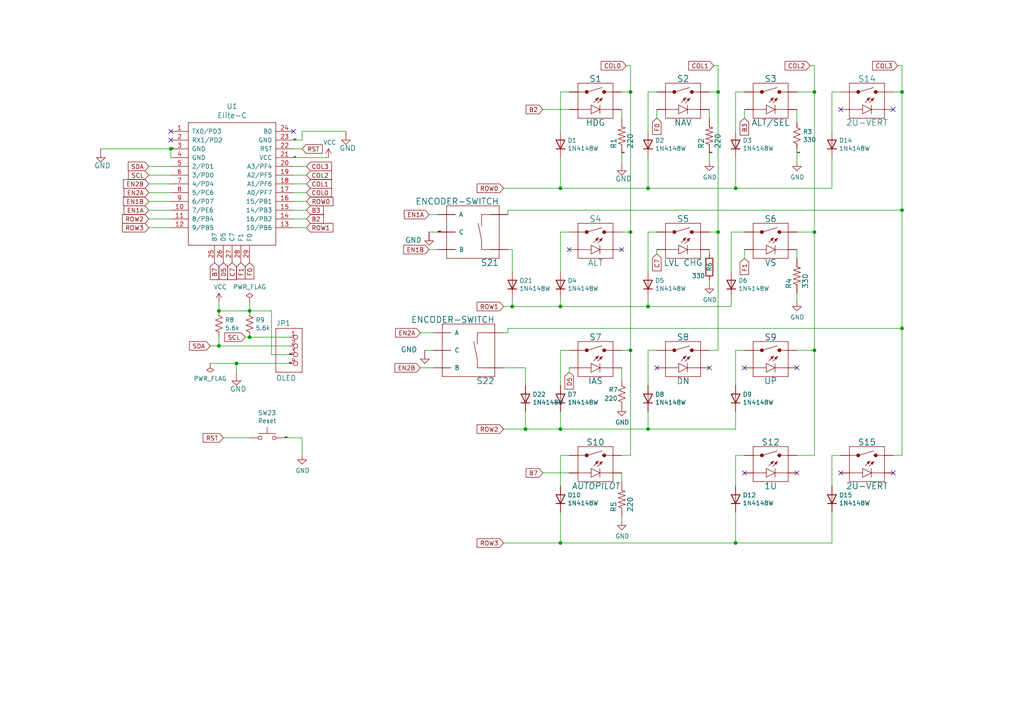
<source format=kicad_sch>
(kicad_sch (version 20230121) (generator eeschema)
  (paper "A4")
  (title_block (title "AUTO PILOT") (date "2021-06-15") (rev "0.3") (company "License: CC-BY-NC 4.0 \\n creativecommons.org/licenses/by-nc/4.0") (comment 1 "© Andrew Fischer 2021") (comment 4 "EN"))
  (lib_symbols
    (symbol "AutoPilot-eagle-import:ENCODER-SWITCH" (pin_names (offset 1.016))
      (property "Reference" "S" (at -7.62 7.874 0))
      (property "Value" "ENCODER-SWITCH" (at -7.62 -7.874 0))
      (symbol "ENCODER-SWITCH_1_0"
        (polyline (pts (xy -7.62 -7.62) (xy -7.62 7.62)))
        (polyline (pts (xy -7.62 7.62) (xy 7.62 7.62)))
        (polyline (pts (xy -5.08 -5.08) (xy -2.54 -5.08)))
        (polyline (pts (xy -5.08 5.08) (xy -2.54 5.08)))
        (polyline (pts (xy -2.54 -5.08) (xy -2.54 -1.778)))
        (polyline (pts (xy -2.54 2.54) (xy -1.524 -2.54)))
        (polyline (pts (xy -2.54 5.08) (xy -2.54 2.54)))
        (polyline (pts (xy 7.62 -7.62) (xy -7.62 -7.62)))
        (polyline (pts (xy 7.62 7.62) (xy 7.62 -7.62)))
        (pin bidirectional line (at 10.16 -5.08 180) (length 5.08) (name "A") (number "A"))
        (pin bidirectional line (at 10.16 5.08 180) (length 5.08) (name "B") (number "B"))
        (pin bidirectional line (at 10.16 0 180) (length 5.08) (name "C") (number "C"))
        (pin bidirectional line (at -10.16 5.08 0) (length 5.08) (name "SW+") (number "SW+"))
        (pin bidirectional line (at -10.16 -5.08 0) (length 5.08) (name "SW-") (number "SW-"))
      )
    )
    (symbol "AutoPilot-eagle-import:GND" (power) (pin_names (offset 1.016))
      (property "Value" "GND" (at -1.905 -3.175 0))
      (symbol "GND_1_0"
        (polyline (pts (xy -1.27 0) (xy 1.27 0)))
        (polyline (pts (xy 0 -1.27) (xy -1.27 0)))
        (polyline (pts (xy 1.27 0) (xy 0 -1.27)))
        (pin power_in line (at 0 2.54 270) (length 2.54) (name "GND") (number "1"))
      )
    )
    (symbol "AutoPilot-eagle-import:MECHANICAL-KEYBOARD1U" (pin_names (offset 1.016))
      (property "Reference" "S" (at 0 5.334 0))
      (property "Value" "MECHANICAL-KEYBOARD1U" (at 0 -5.334 0))
      (symbol "MECHANICAL-KEYBOARD1U_1_0"
        (circle (center -2.54 2.54) (radius 0.127) (stroke (width 0.4064)))
        (polyline (pts (xy -5.08 -5.08) (xy 5.08 -5.08)))
        (polyline (pts (xy -5.08 -2.54) (xy -5.08 -5.08)))
        (polyline (pts (xy -5.08 -2.54) (xy -1.27 -2.54)))
        (polyline (pts (xy -5.08 2.54) (xy -5.08 -2.54)))
        (polyline (pts (xy -5.08 2.54) (xy -2.54 2.54)))
        (polyline (pts (xy -5.08 5.08) (xy -5.08 2.54)))
        (polyline (pts (xy -2.54 2.54) (xy 1.905 3.81)))
        (polyline (pts (xy -1.27 -3.81) (xy -1.27 -2.54)))
        (polyline (pts (xy -1.27 -3.81) (xy 1.27 -2.54)))
        (polyline (pts (xy -1.27 -2.54) (xy -1.27 -1.27)))
        (polyline (pts (xy -0.508 -0.508) (xy 0.889 0.889)))
        (polyline (pts (xy 0.635 -0.635) (xy 2.032 0.762)))
        (polyline (pts (xy 1.27 -3.81) (xy 1.27 -2.54)))
        (polyline (pts (xy 1.27 -2.54) (xy -1.27 -1.27)))
        (polyline (pts (xy 1.27 -2.54) (xy 1.27 -1.27)))
        (polyline (pts (xy 1.27 -2.54) (xy 5.08 -2.54)))
        (polyline (pts (xy 1.905 2.54) (xy 5.08 2.54)))
        (polyline (pts (xy 5.08 -5.08) (xy 5.08 -2.54)))
        (polyline (pts (xy 5.08 -2.54) (xy 5.08 2.54)))
        (polyline (pts (xy 5.08 2.54) (xy 5.08 5.08)))
        (polyline (pts (xy 5.08 5.08) (xy -5.08 5.08)))
        (polyline (pts (xy 0.889 0.889) (xy 0 0.508) (xy 0.508 0)) (fill (type outline)))
        (polyline (pts (xy 2.032 0.762) (xy 1.143 0.381) (xy 1.651 -0.127)) (fill (type outline)))
        (circle (center 2.54 2.54) (radius 0.127) (stroke (width 0.4064)))
        (pin passive line (at -7.62 -2.54 0) (length 2.54) (name "A") (number "A"))
        (pin passive line (at 7.62 -2.54 180) (length 2.54) (name "C") (number "K"))
        (pin passive line (at -7.62 2.54 0) (length 2.54) (name "1") (number "S1"))
        (pin passive line (at 7.62 2.54 180) (length 2.54) (name "2") (number "S2"))
      )
    )
    (symbol "AutoPilot-eagle-import:MECHANICAL-KEYBOARD2U" (pin_names (offset 1.016))
      (property "Reference" "S" (at 0 5.334 0))
      (property "Value" "MECHANICAL-KEYBOARD2U" (at 0 -5.334 0))
      (symbol "MECHANICAL-KEYBOARD2U_1_0"
        (circle (center -2.54 2.54) (radius 0.127) (stroke (width 0.4064)))
        (polyline (pts (xy -5.08 -5.08) (xy 5.08 -5.08)))
        (polyline (pts (xy -5.08 -2.54) (xy -5.08 -5.08)))
        (polyline (pts (xy -5.08 -2.54) (xy -1.27 -2.54)))
        (polyline (pts (xy -5.08 2.54) (xy -5.08 -2.54)))
        (polyline (pts (xy -5.08 2.54) (xy -2.54 2.54)))
        (polyline (pts (xy -5.08 5.08) (xy -5.08 2.54)))
        (polyline (pts (xy -2.54 2.54) (xy 1.905 3.81)))
        (polyline (pts (xy -1.27 -3.81) (xy -1.27 -2.54)))
        (polyline (pts (xy -1.27 -3.81) (xy 1.27 -2.54)))
        (polyline (pts (xy -1.27 -2.54) (xy -1.27 -1.27)))
        (polyline (pts (xy -0.508 -0.508) (xy 0.889 0.889)))
        (polyline (pts (xy 0.635 -0.635) (xy 2.032 0.762)))
        (polyline (pts (xy 1.27 -3.81) (xy 1.27 -2.54)))
        (polyline (pts (xy 1.27 -2.54) (xy -1.27 -1.27)))
        (polyline (pts (xy 1.27 -2.54) (xy 1.27 -1.27)))
        (polyline (pts (xy 1.27 -2.54) (xy 5.08 -2.54)))
        (polyline (pts (xy 1.905 2.54) (xy 5.08 2.54)))
        (polyline (pts (xy 5.08 -5.08) (xy 5.08 -2.54)))
        (polyline (pts (xy 5.08 -2.54) (xy 5.08 2.54)))
        (polyline (pts (xy 5.08 2.54) (xy 5.08 5.08)))
        (polyline (pts (xy 5.08 5.08) (xy -5.08 5.08)))
        (polyline (pts (xy 0.889 0.889) (xy 0 0.508) (xy 0.508 0)) (fill (type outline)))
        (polyline (pts (xy 2.032 0.762) (xy 1.143 0.381) (xy 1.651 -0.127)) (fill (type outline)))
        (circle (center 2.54 2.54) (radius 0.127) (stroke (width 0.4064)))
        (pin passive line (at -7.62 -2.54 0) (length 2.54) (name "A") (number "A"))
        (pin passive line (at 7.62 -2.54 180) (length 2.54) (name "C") (number "K"))
        (pin passive line (at -7.62 2.54 0) (length 2.54) (name "1") (number "S1"))
        (pin passive line (at 7.62 2.54 180) (length 2.54) (name "2") (number "S2"))
      )
    )
    (symbol "AutoPilot-eagle-import:MECHANICAL-KEYBOARD2U-VERT" (pin_names (offset 1.016))
      (property "Reference" "S" (at 0 5.334 0))
      (property "Value" "MECHANICAL-KEYBOARD2U-VERT" (at 0 -5.334 0))
      (symbol "MECHANICAL-KEYBOARD2U-VERT_1_0"
        (circle (center -2.54 2.54) (radius 0.127) (stroke (width 0.4064)))
        (polyline (pts (xy -5.08 -5.08) (xy 5.08 -5.08)))
        (polyline (pts (xy -5.08 -2.54) (xy -5.08 -5.08)))
        (polyline (pts (xy -5.08 -2.54) (xy -1.27 -2.54)))
        (polyline (pts (xy -5.08 2.54) (xy -5.08 -2.54)))
        (polyline (pts (xy -5.08 2.54) (xy -2.54 2.54)))
        (polyline (pts (xy -5.08 5.08) (xy -5.08 2.54)))
        (polyline (pts (xy -2.54 2.54) (xy 1.905 3.81)))
        (polyline (pts (xy -1.27 -3.81) (xy -1.27 -2.54)))
        (polyline (pts (xy -1.27 -3.81) (xy 1.27 -2.54)))
        (polyline (pts (xy -1.27 -2.54) (xy -1.27 -1.27)))
        (polyline (pts (xy -0.508 -0.508) (xy 0.889 0.889)))
        (polyline (pts (xy 0.635 -0.635) (xy 2.032 0.762)))
        (polyline (pts (xy 1.27 -3.81) (xy 1.27 -2.54)))
        (polyline (pts (xy 1.27 -2.54) (xy -1.27 -1.27)))
        (polyline (pts (xy 1.27 -2.54) (xy 1.27 -1.27)))
        (polyline (pts (xy 1.27 -2.54) (xy 5.08 -2.54)))
        (polyline (pts (xy 1.905 2.54) (xy 5.08 2.54)))
        (polyline (pts (xy 5.08 -5.08) (xy 5.08 -2.54)))
        (polyline (pts (xy 5.08 -2.54) (xy 5.08 2.54)))
        (polyline (pts (xy 5.08 2.54) (xy 5.08 5.08)))
        (polyline (pts (xy 5.08 5.08) (xy -5.08 5.08)))
        (polyline (pts (xy 0.889 0.889) (xy 0 0.508) (xy 0.508 0)) (fill (type outline)))
        (polyline (pts (xy 2.032 0.762) (xy 1.143 0.381) (xy 1.651 -0.127)) (fill (type outline)))
        (circle (center 2.54 2.54) (radius 0.127) (stroke (width 0.4064)))
        (pin passive line (at -7.62 -2.54 0) (length 2.54) (name "A") (number "A"))
        (pin passive line (at 7.62 -2.54 180) (length 2.54) (name "C") (number "K"))
        (pin passive line (at -7.62 2.54 0) (length 2.54) (name "1") (number "S1"))
        (pin passive line (at 7.62 2.54 180) (length 2.54) (name "2") (number "S2"))
      )
    )
    (symbol "AutoPilot-eagle-import:PINHD-1X4" (pin_names (offset 1.016))
      (property "Reference" "JP" (at -6.35 8.255 0))
      (property "Value" "PINHD-1X4" (at -6.35 -7.62 0))
      (symbol "PINHD-1X4_1_0"
        (polyline (pts (xy -6.35 -5.08) (xy 1.27 -5.08)))
        (polyline (pts (xy -6.35 7.62) (xy -6.35 -5.08)))
        (polyline (pts (xy 1.27 -5.08) (xy 1.27 7.62)))
        (polyline (pts (xy 1.27 7.62) (xy -6.35 7.62)))
        (pin passive inverted (at -2.54 5.08 0) (length 2.54) (name "1") (number "1"))
        (pin passive inverted (at -2.54 2.54 0) (length 2.54) (name "2") (number "2"))
        (pin passive inverted (at -2.54 0 0) (length 2.54) (name "3") (number "3"))
        (pin passive inverted (at -2.54 -2.54 0) (length 2.54) (name "4") (number "4"))
      )
    )
    (symbol "AutoPilot-eagle-import:R-US_0207_10" (pin_names (offset 1.016))
      (property "Reference" "R" (at -3.81 1.4986 0))
      (property "Value" "R-US_0207_10" (at -3.81 -3.302 0))
      (symbol "R-US_0207_10_1_0"
        (polyline (pts (xy -2.54 0) (xy -2.159 1.016)))
        (polyline (pts (xy -2.159 1.016) (xy -1.524 -1.016)))
        (polyline (pts (xy -1.524 -1.016) (xy -0.889 1.016)))
        (polyline (pts (xy -0.889 1.016) (xy -0.254 -1.016)))
        (polyline (pts (xy -0.254 -1.016) (xy 0.381 1.016)))
        (polyline (pts (xy 0.381 1.016) (xy 1.016 -1.016)))
        (polyline (pts (xy 1.016 -1.016) (xy 1.651 1.016)))
        (polyline (pts (xy 1.651 1.016) (xy 2.286 -1.016)))
        (polyline (pts (xy 2.286 -1.016) (xy 2.54 0)))
        (pin passive line (at -5.08 0 0) (length 2.54) (name "1") (number "1"))
        (pin passive line (at 5.08 0 180) (length 2.54) (name "2") (number "2"))
      )
    )
    (symbol "AutoPilot-rescue:Elite-C-keebio" (pin_names (offset 1.016))
      (property "Reference" "U" (at 0 0 0))
      (property "Value" "keebio_Elite-C" (at 0 2.54 0))
      (symbol "Elite-C-keebio_0_1"
        (rectangle (start 12.7 -19.05) (end -12.7 16.51))
      )
      (symbol "Elite-C-keebio_1_1"
        (pin input line (at -17.78 13.97 0) (length 5.08) (name "TX0/PD3") (number "1"))
        (pin input line (at -17.78 -8.89 0) (length 5.08) (name "7/PE6") (number "10"))
        (pin input line (at -17.78 -11.43 0) (length 5.08) (name "8/PB4") (number "11"))
        (pin input line (at -17.78 -13.97 0) (length 5.08) (name "9/PB5") (number "12"))
        (pin input line (at 17.78 -13.97 180) (length 5.08) (name "10/PB6") (number "13"))
        (pin input line (at 17.78 -11.43 180) (length 5.08) (name "16/PB2") (number "14"))
        (pin input line (at 17.78 -8.89 180) (length 5.08) (name "14/PB3") (number "15"))
        (pin input line (at 17.78 -6.35 180) (length 5.08) (name "15/PB1") (number "16"))
        (pin input line (at 17.78 -3.81 180) (length 5.08) (name "A0/PF7") (number "17"))
        (pin input line (at 17.78 -1.27 180) (length 5.08) (name "A1/PF6") (number "18"))
        (pin input line (at 17.78 1.27 180) (length 5.08) (name "A2/PF5") (number "19"))
        (pin input line (at -17.78 11.43 0) (length 5.08) (name "RX1/PD2") (number "2"))
        (pin input line (at 17.78 3.81 180) (length 5.08) (name "A3/PF4") (number "20"))
        (pin input line (at 17.78 6.35 180) (length 5.08) (name "VCC") (number "21"))
        (pin input line (at 17.78 8.89 180) (length 5.08) (name "RST") (number "22"))
        (pin input line (at 17.78 11.43 180) (length 5.08) (name "GND") (number "23"))
        (pin input line (at 17.78 13.97 180) (length 5.08) (name "B0") (number "24"))
        (pin input line (at -5.08 -24.13 90) (length 5.08) (name "B7") (number "25"))
        (pin input line (at -2.54 -24.13 90) (length 5.08) (name "D5") (number "26"))
        (pin input line (at 0 -24.13 90) (length 5.08) (name "C7") (number "27"))
        (pin input line (at 2.54 -24.13 90) (length 5.08) (name "F1") (number "28"))
        (pin input line (at 5.08 -24.13 90) (length 5.08) (name "F0") (number "29"))
        (pin input line (at -17.78 8.89 0) (length 5.08) (name "GND") (number "3"))
        (pin input line (at -17.78 6.35 0) (length 5.08) (name "GND") (number "4"))
        (pin input line (at -17.78 3.81 0) (length 5.08) (name "2/PD1") (number "5"))
        (pin input line (at -17.78 1.27 0) (length 5.08) (name "3/PD0") (number "6"))
        (pin input line (at -17.78 -1.27 0) (length 5.08) (name "4/PD4") (number "7"))
        (pin input line (at -17.78 -3.81 0) (length 5.08) (name "5/PC6") (number "8"))
        (pin input line (at -17.78 -6.35 0) (length 5.08) (name "6/PD7") (number "9"))
      )
    )
    (symbol "Device:R" (pin_numbers hide) (pin_names (offset 0))
      (property "Reference" "R" (at 2.032 0 90))
      (property "Value" "R" (at 0 0 90))
      (symbol "R_0_1"
        (rectangle (start -1.016 -2.54) (end 1.016 2.54) (stroke (width 0.254)))
      )
      (symbol "R_1_1"
        (pin passive line (at 0 3.81 270) (length 1.27) (name "~") (number "1"))
        (pin passive line (at 0 -3.81 90) (length 1.27) (name "~") (number "2"))
      )
    )
    (symbol "Device:R_US" (pin_numbers hide) (pin_names (offset 0))
      (property "Reference" "R" (at 2.54 0 90))
      (property "Value" "R_US" (at -2.54 0 90))
      (symbol "R_US_0_1"
        (polyline (pts (xy 0 -2.286) (xy 0 -2.54)))
        (polyline (pts (xy 0 2.286) (xy 0 2.54)))
        (polyline (pts (xy 0 -0.762) (xy 1.016 -1.143) (xy 0 -1.524) (xy -1.016 -1.905) (xy 0 -2.286)))
        (polyline (pts (xy 0 0.762) (xy 1.016 0.381) (xy 0 0) (xy -1.016 -0.381) (xy 0 -0.762)))
        (polyline (pts (xy 0 2.286) (xy 1.016 1.905) (xy 0 1.524) (xy -1.016 1.143) (xy 0 0.762)))
      )
      (symbol "R_US_1_1"
        (pin passive line (at 0 3.81 270) (length 1.27) (name "~") (number "1"))
        (pin passive line (at 0 -3.81 90) (length 1.27) (name "~") (number "2"))
      )
    )
    (symbol "Diode:1N4148W" (pin_numbers hide) (pin_names hide)
      (property "Reference" "D" (at 0 2.54 0))
      (property "Value" "1N4148W" (at 0 -2.54 0))
      (symbol "1N4148W_0_1"
        (polyline (pts (xy -1.27 1.27) (xy -1.27 -1.27)) (stroke (width 0.254)))
        (polyline (pts (xy 1.27 0) (xy -1.27 0)))
        (polyline (pts (xy 1.27 1.27) (xy 1.27 -1.27) (xy -1.27 0) (xy 1.27 1.27)) (stroke (width 0.254)))
      )
      (symbol "1N4148W_1_1"
        (pin passive line (at -3.81 0 0) (length 2.54) (name "K") (number "1"))
        (pin passive line (at 3.81 0 180) (length 2.54) (name "A") (number "2"))
      )
    )
    (symbol "Switch:SW_Push" (pin_numbers hide) (pin_names (offset 1.016) hide)
      (property "Reference" "SW" (at 1.27 2.54 0))
      (property "Value" "SW_Push" (at 0 -1.524 0))
      (symbol "SW_Push_0_1"
        (circle (center -2.032 0) (radius 0.508))
        (polyline (pts (xy 0 1.27) (xy 0 3.048)))
        (polyline (pts (xy 2.54 1.27) (xy -2.54 1.27)))
        (circle (center 2.032 0) (radius 0.508))
        (pin passive line (at -5.08 0 0) (length 2.54) (name "1") (number "1"))
        (pin passive line (at 5.08 0 180) (length 2.54) (name "2") (number "2"))
      )
    )
    (symbol "power:GND" (power) (pin_names (offset 0))
      (property "Value" "GND" (at 0 -3.81 0))
      (symbol "GND_0_1"
        (polyline (pts (xy 0 0) (xy 0 -1.27) (xy 1.27 -1.27) (xy 0 -2.54) (xy -1.27 -1.27) (xy 0 -1.27)))
      )
      (symbol "GND_1_1"
        (pin power_in line (at 0 0 270) (length 0) hide (name "GND") (number "1"))
      )
    )
    (symbol "power:PWR_FLAG" (power) (pin_numbers hide) (pin_names (offset 0) hide)
      (property "Value" "PWR_FLAG" (at 0 3.81 0))
      (symbol "PWR_FLAG_0_0"
        (pin power_out line (at 0 0 90) (length 0) (name "pwr") (number "1"))
      )
      (symbol "PWR_FLAG_0_1"
        (polyline (pts (xy 0 0) (xy 0 1.27) (xy -1.016 1.905) (xy 0 2.54) (xy 1.016 1.905) (xy 0 1.27)))
      )
    )
    (symbol "power:VCC" (power) (pin_names (offset 0))
      (property "Value" "VCC" (at 0 3.81 0))
      (symbol "VCC_0_1"
        (polyline (pts (xy -0.762 1.27) (xy 0 2.54)))
        (polyline (pts (xy 0 0) (xy 0 2.54)))
        (polyline (pts (xy 0 2.54) (xy 0.762 1.27)))
      )
      (symbol "VCC_1_1"
        (pin power_in line (at 0 0 90) (length 0) hide (name "VCC") (number "1"))
      )
    )
  )
  (junction (at 182.88 101.6))
  (junction (at 49.53 43.18))
  (junction (at 162.56 88.9))
  (junction (at 261.62 95.25))
  (junction (at 187.96 124.46))
  (junction (at 72.39 90.17))
  (junction (at 63.5 90.17))
  (junction (at 236.22 67.31))
  (junction (at 236.22 26.67))
  (junction (at 208.28 67.31))
  (junction (at 213.36 157.48))
  (junction (at 182.88 26.67))
  (junction (at 162.56 124.46))
  (junction (at 236.22 101.6))
  (junction (at 187.96 88.9))
  (junction (at 261.62 60.96))
  (junction (at 148.59 88.9))
  (junction (at 63.5 100.33))
  (junction (at 261.62 26.67))
  (junction (at 162.56 157.48))
  (junction (at 72.39 97.79))
  (junction (at 208.28 26.67))
  (junction (at 182.88 67.31))
  (junction (at 152.4 124.46))
  (junction (at 68.58 105.41))
  (junction (at 213.36 54.61))
  (junction (at 187.96 54.61))
  (junction (at 162.56 54.61))
  (no_connect (at 215.9 137.16))
  (no_connect (at 243.84 31.75))
  (no_connect (at 231.14 106.68))
  (no_connect (at 215.9 106.68))
  (no_connect (at 85.09 38.1))
  (no_connect (at 205.74 106.68))
  (no_connect (at 190.5 106.68))
  (no_connect (at 165.1 72.39))
  (no_connect (at 259.08 137.16))
  (no_connect (at 49.53 40.64))
  (no_connect (at 180.34 72.39))
  (no_connect (at 259.08 31.75))
  (no_connect (at 231.14 137.16))
  (no_connect (at 49.53 38.1))
  (no_connect (at 243.84 137.16))
  (wire (pts (xy 261.62 60.96) (xy 261.62 95.25)))
  (wire (pts (xy 261.62 19.05) (xy 260.35 19.05)))
  (wire (pts (xy 127 72.39) (xy 124.46 72.39)))
  (wire (pts (xy 147.32 95.25) (xy 261.62 95.25)))
  (wire (pts (xy 236.22 101.6) (xy 236.22 132.08)))
  (wire (pts (xy 180.34 149.86) (xy 180.34 151.13)))
  (wire (pts (xy 182.88 67.31) (xy 182.88 101.6)))
  (wire (pts (xy 236.22 67.31) (xy 231.14 67.31)))
  (wire (pts (xy 190.5 26.67) (xy 187.96 26.67)))
  (wire (pts (xy 213.36 124.46) (xy 187.96 124.46)))
  (wire (pts (xy 180.34 137.16) (xy 180.34 139.7)))
  (wire (pts (xy 236.22 132.08) (xy 231.14 132.08)))
  (wire (pts (xy 208.28 19.05) (xy 207.01 19.05)))
  (wire (pts (xy 231.14 72.39) (xy 231.14 74.93)))
  (wire (pts (xy 165.1 26.67) (xy 162.56 26.67)))
  (wire (pts (xy 162.56 157.48) (xy 213.36 157.48)))
  (wire (pts (xy 82.55 127) (xy 87.63 127)))
  (wire (pts (xy 231.14 31.75) (xy 231.14 35.56)))
  (wire (pts (xy 165.1 31.75) (xy 157.48 31.75)))
  (wire (pts (xy 182.88 19.05) (xy 181.61 19.05)))
  (wire (pts (xy 125.73 101.6) (xy 123.19 101.6)))
  (wire (pts (xy 208.28 19.05) (xy 208.28 26.67)))
  (wire (pts (xy 72.39 127) (xy 64.77 127)))
  (wire (pts (xy 165.1 67.31) (xy 162.56 67.31)))
  (wire (pts (xy 243.84 26.67) (xy 241.3 26.67)))
  (wire (pts (xy 236.22 26.67) (xy 236.22 67.31)))
  (wire (pts (xy 85.09 58.42) (xy 88.9 58.42)))
  (wire (pts (xy 152.4 106.68) (xy 152.4 111.76)))
  (wire (pts (xy 162.56 157.48) (xy 162.56 148.59)))
  (wire (pts (xy 190.5 67.31) (xy 187.96 67.31)))
  (wire (pts (xy 162.56 132.08) (xy 162.56 140.97)))
  (wire (pts (xy 212.09 67.31) (xy 215.9 67.31)))
  (wire (pts (xy 212.09 67.31) (xy 212.09 78.74)))
  (wire (pts (xy 212.09 88.9) (xy 187.96 88.9)))
  (wire (pts (xy 147.32 60.96) (xy 261.62 60.96)))
  (wire (pts (xy 261.62 132.08) (xy 259.08 132.08)))
  (wire (pts (xy 147.32 72.39) (xy 148.59 72.39)))
  (wire (pts (xy 261.62 26.67) (xy 261.62 19.05)))
  (wire (pts (xy 165.1 132.08) (xy 162.56 132.08)))
  (wire (pts (xy 85.09 53.34) (xy 88.9 53.34)))
  (wire (pts (xy 87.63 38.1) (xy 100.33 38.1)))
  (wire (pts (xy 182.88 26.67) (xy 182.88 67.31)))
  (wire (pts (xy 213.36 119.38) (xy 213.36 124.46)))
  (wire (pts (xy 127 62.23) (xy 124.46 62.23)))
  (wire (pts (xy 78.74 90.17) (xy 72.39 90.17)))
  (wire (pts (xy 162.56 26.67) (xy 162.56 38.1)))
  (wire (pts (xy 162.56 101.6) (xy 162.56 111.76)))
  (wire (pts (xy 182.88 101.6) (xy 182.88 132.08)))
  (wire (pts (xy 187.96 119.38) (xy 187.96 124.46)))
  (wire (pts (xy 208.28 101.6) (xy 205.74 101.6)))
  (wire (pts (xy 147.32 95.25) (xy 147.32 96.52)))
  (wire (pts (xy 87.63 40.64) (xy 87.63 38.1)))
  (wire (pts (xy 241.3 132.08) (xy 243.84 132.08)))
  (wire (pts (xy 180.34 44.45) (xy 180.34 46.99)))
  (wire (pts (xy 182.88 101.6) (xy 180.34 101.6)))
  (wire (pts (xy 147.32 60.96) (xy 147.32 62.23)))
  (wire (pts (xy 152.4 119.38) (xy 152.4 124.46)))
  (wire (pts (xy 49.53 43.18) (xy 49.53 45.72)))
  (wire (pts (xy 190.5 101.6) (xy 187.96 101.6)))
  (wire (pts (xy 63.5 100.33) (xy 63.5 97.79)))
  (wire (pts (xy 165.1 101.6) (xy 162.56 101.6)))
  (wire (pts (xy 208.28 67.31) (xy 205.74 67.31)))
  (wire (pts (xy 187.96 54.61) (xy 162.56 54.61)))
  (wire (pts (xy 85.09 60.96) (xy 88.9 60.96)))
  (wire (pts (xy 60.96 105.41) (xy 68.58 105.41)))
  (wire (pts (xy 231.14 85.09) (xy 231.14 87.63)))
  (wire (pts (xy 208.28 26.67) (xy 205.74 26.67)))
  (wire (pts (xy 165.1 106.68) (xy 165.1 107.95)))
  (wire (pts (xy 205.74 72.39) (xy 205.74 73.66)))
  (wire (pts (xy 187.96 54.61) (xy 187.96 45.72)))
  (wire (pts (xy 261.62 95.25) (xy 261.62 132.08)))
  (wire (pts (xy 49.53 53.34) (xy 43.18 53.34)))
  (wire (pts (xy 87.63 127) (xy 87.63 132.08)))
  (wire (pts (xy 215.9 132.08) (xy 213.36 132.08)))
  (wire (pts (xy 72.39 97.79) (xy 71.12 97.79)))
  (wire (pts (xy 213.36 54.61) (xy 187.96 54.61)))
  (wire (pts (xy 187.96 86.36) (xy 187.96 88.9)))
  (wire (pts (xy 146.05 106.68) (xy 152.4 106.68)))
  (wire (pts (xy 162.56 45.72) (xy 162.56 54.61)))
  (wire (pts (xy 49.53 55.88) (xy 43.18 55.88)))
  (wire (pts (xy 187.96 88.9) (xy 162.56 88.9)))
  (wire (pts (xy 259.08 26.67) (xy 261.62 26.67)))
  (wire (pts (xy 241.3 148.59) (xy 241.3 157.48)))
  (wire (pts (xy 215.9 72.39) (xy 215.9 74.93)))
  (wire (pts (xy 208.28 26.67) (xy 208.28 67.31)))
  (wire (pts (xy 72.39 90.17) (xy 63.5 90.17)))
  (wire (pts (xy 180.34 106.68) (xy 180.34 110.49)))
  (wire (pts (xy 85.09 43.18) (xy 87.63 43.18)))
  (wire (pts (xy 182.88 26.67) (xy 180.34 26.67)))
  (wire (pts (xy 213.36 54.61) (xy 241.3 54.61)))
  (wire (pts (xy 180.34 31.75) (xy 180.34 34.29)))
  (wire (pts (xy 213.36 157.48) (xy 241.3 157.48)))
  (wire (pts (xy 146.05 88.9) (xy 148.59 88.9)))
  (wire (pts (xy 49.53 48.26) (xy 43.18 48.26)))
  (wire (pts (xy 208.28 67.31) (xy 208.28 101.6)))
  (wire (pts (xy 213.36 26.67) (xy 213.36 38.1)))
  (wire (pts (xy 72.39 87.63) (xy 72.39 90.17)))
  (wire (pts (xy 162.56 88.9) (xy 162.56 86.36)))
  (wire (pts (xy 215.9 26.67) (xy 213.36 26.67)))
  (wire (pts (xy 127 67.31) (xy 124.46 67.31)))
  (wire (pts (xy 236.22 101.6) (xy 231.14 101.6)))
  (wire (pts (xy 148.59 72.39) (xy 148.59 78.74)))
  (wire (pts (xy 261.62 26.67) (xy 261.62 60.96)))
  (wire (pts (xy 205.74 81.28) (xy 205.74 82.55)))
  (wire (pts (xy 241.3 54.61) (xy 241.3 45.72)))
  (wire (pts (xy 236.22 19.05) (xy 234.95 19.05)))
  (wire (pts (xy 63.5 87.63) (xy 63.5 90.17)))
  (wire (pts (xy 83.82 105.41) (xy 68.58 105.41)))
  (wire (pts (xy 236.22 26.67) (xy 231.14 26.67)))
  (wire (pts (xy 236.22 67.31) (xy 236.22 101.6)))
  (wire (pts (xy 231.14 43.18) (xy 231.14 46.99)))
  (wire (pts (xy 146.05 54.61) (xy 162.56 54.61)))
  (wire (pts (xy 182.88 19.05) (xy 182.88 26.67)))
  (wire (pts (xy 215.9 101.6) (xy 213.36 101.6)))
  (wire (pts (xy 63.5 100.33) (xy 60.96 100.33)))
  (wire (pts (xy 78.74 102.87) (xy 78.74 90.17)))
  (wire (pts (xy 190.5 31.75) (xy 190.5 34.29)))
  (wire (pts (xy 49.53 43.18) (xy 29.21 43.18)))
  (wire (pts (xy 68.58 105.41) (xy 68.58 107.95)))
  (wire (pts (xy 43.18 58.42) (xy 49.53 58.42)))
  (wire (pts (xy 187.96 67.31) (xy 187.96 78.74)))
  (wire (pts (xy 212.09 86.36) (xy 212.09 88.9)))
  (wire (pts (xy 241.3 26.67) (xy 241.3 38.1)))
  (wire (pts (xy 147.32 96.52) (xy 146.05 96.52)))
  (wire (pts (xy 187.96 101.6) (xy 187.96 111.76)))
  (wire (pts (xy 43.18 60.96) (xy 49.53 60.96)))
  (wire (pts (xy 205.74 44.45) (xy 205.74 46.99)))
  (wire (pts (xy 213.36 148.59) (xy 213.36 157.48)))
  (wire (pts (xy 43.18 66.04) (xy 49.53 66.04)))
  (wire (pts (xy 43.18 63.5) (xy 49.53 63.5)))
  (wire (pts (xy 190.5 72.39) (xy 190.5 73.66)))
  (wire (pts (xy 85.09 40.64) (xy 87.63 40.64)))
  (wire (pts (xy 187.96 124.46) (xy 162.56 124.46)))
  (wire (pts (xy 215.9 31.75) (xy 215.9 34.29)))
  (wire (pts (xy 162.56 124.46) (xy 152.4 124.46)))
  (wire (pts (xy 213.36 101.6) (xy 213.36 111.76)))
  (wire (pts (xy 152.4 124.46) (xy 146.05 124.46)))
  (wire (pts (xy 182.88 67.31) (xy 180.34 67.31)))
  (wire (pts (xy 205.74 31.75) (xy 205.74 34.29)))
  (wire (pts (xy 83.82 102.87) (xy 78.74 102.87)))
  (wire (pts (xy 236.22 19.05) (xy 236.22 26.67)))
  (wire (pts (xy 63.5 100.33) (xy 83.82 100.33)))
  (wire (pts (xy 162.56 67.31) (xy 162.56 78.74)))
  (wire (pts (xy 72.39 97.79) (xy 83.82 97.79)))
  (wire (pts (xy 213.36 132.08) (xy 213.36 140.97)))
  (wire (pts (xy 241.3 132.08) (xy 241.3 140.97)))
  (wire (pts (xy 187.96 26.67) (xy 187.96 38.1)))
  (wire (pts (xy 213.36 45.72) (xy 213.36 54.61)))
  (wire (pts (xy 146.05 157.48) (xy 162.56 157.48)))
  (wire (pts (xy 85.09 45.72) (xy 95.25 45.72)))
  (wire (pts (xy 162.56 119.38) (xy 162.56 124.46)))
  (wire (pts (xy 125.73 106.68) (xy 121.92 106.68)))
  (wire (pts (xy 85.09 48.26) (xy 88.9 48.26)))
  (wire (pts (xy 49.53 50.8) (xy 43.18 50.8)))
  (wire (pts (xy 162.56 88.9) (xy 148.59 88.9)))
  (wire (pts (xy 125.73 96.52) (xy 121.92 96.52)))
  (wire (pts (xy 85.09 50.8) (xy 88.9 50.8)))
  (wire (pts (xy 85.09 66.04) (xy 88.9 66.04)))
  (wire (pts (xy 85.09 63.5) (xy 88.9 63.5)))
  (wire (pts (xy 165.1 137.16) (xy 157.48 137.16)))
  (wire (pts (xy 148.59 88.9) (xy 148.59 86.36)))
  (wire (pts (xy 182.88 132.08) (xy 180.34 132.08)))
  (wire (pts (xy 85.09 55.88) (xy 88.9 55.88)))
  (label "GND" (at 205.74 44.45 0) (effects (font (size 0.254 0.254))))
  (label "GND" (at 83.82 105.41 0) (effects (font (size 0.254 0.254))))
  (label "GND" (at 231.14 44.45 0) (effects (font (size 0.254 0.254))))
  (label "GND" (at 180.34 44.45 0) (effects (font (size 0.254 0.254))))
  (label "GND" (at 127 67.31 0) (effects (font (size 0.254 0.254))))
  (label "GND" (at 85.09 40.64 0) (effects (font (size 0.254 0.254))))
  (label "GND" (at 82.55 127 0) (effects (font (size 0.254 0.254))))
  (label "GND" (at 49.53 43.18 0) (effects (font (size 0.254 0.254))))
  (label "VCC" (at 83.82 102.87 0) (effects (font (size 0.254 0.254))))
  (label "VCC" (at 85.09 45.72 0) (effects (font (size 0.254 0.254))))
  (global_label "F1" (shape input) (at 215.9 74.93 270) (property "Intersheetrefs" "${INTERSHEET_REFS}" (effects hide)))
  (global_label "ROW1" (shape input) (at 146.05 88.9 180) (property "Intersheetrefs" "${INTERSHEET_REFS}" (effects hide)))
  (global_label "COL0" (shape input) (at 181.61 19.05 180) (property "Intersheetrefs" "${INTERSHEET_REFS}" (effects hide)))
  (global_label "SCL" (shape input) (at 71.12 97.79 180) (property "Intersheetrefs" "${INTERSHEET_REFS}" (effects hide)))
  (global_label "ROW3" (shape input) (at 146.05 157.48 180) (property "Intersheetrefs" "${INTERSHEET_REFS}" (effects hide)))
  (global_label "COL2" (shape input) (at 88.9 50.8 0) (property "Intersheetrefs" "${INTERSHEET_REFS}" (effects hide)))
  (global_label "COL3" (shape input) (at 88.9 48.26 0) (property "Intersheetrefs" "${INTERSHEET_REFS}" (effects hide)))
  (global_label "ROW0" (shape input) (at 88.9 58.42 0) (property "Intersheetrefs" "${INTERSHEET_REFS}" (effects hide)))
  (global_label "COL1" (shape input) (at 207.01 19.05 180) (property "Intersheetrefs" "${INTERSHEET_REFS}" (effects hide)))
  (global_label "B7" (shape input) (at 157.48 137.16 180) (property "Intersheetrefs" "${INTERSHEET_REFS}" (effects hide)))
  (global_label "RST" (shape input) (at 64.77 127 180) (property "Intersheetrefs" "${INTERSHEET_REFS}" (effects hide)))
  (global_label "ROW2" (shape input) (at 43.18 63.5 180) (property "Intersheetrefs" "${INTERSHEET_REFS}" (effects hide)))
  (global_label "RST" (shape input) (at 87.63 43.18 0) (property "Intersheetrefs" "${INTERSHEET_REFS}" (effects hide)))
  (global_label "ROW3" (shape input) (at 43.18 66.04 180) (property "Intersheetrefs" "${INTERSHEET_REFS}" (effects hide)))
  (global_label "EN2A" (shape input) (at 43.18 55.88 180) (property "Intersheetrefs" "${INTERSHEET_REFS}" (effects hide)))
  (global_label "COL1" (shape input) (at 88.9 53.34 0) (property "Intersheetrefs" "${INTERSHEET_REFS}" (effects hide)))
  (global_label "EN2A" (shape input) (at 121.92 96.52 180) (property "Intersheetrefs" "${INTERSHEET_REFS}" (effects hide)))
  (global_label "EN2B" (shape input) (at 43.18 53.34 180) (property "Intersheetrefs" "${INTERSHEET_REFS}" (effects hide)))
  (global_label "COL3" (shape input) (at 260.35 19.05 180) (property "Intersheetrefs" "${INTERSHEET_REFS}" (effects hide)))
  (global_label "EN2B" (shape input) (at 121.92 106.68 180) (property "Intersheetrefs" "${INTERSHEET_REFS}" (effects hide)))
  (global_label "B3" (shape input) (at 88.9 60.96 0) (property "Intersheetrefs" "${INTERSHEET_REFS}" (effects hide)))
  (global_label "ROW2" (shape input) (at 146.05 124.46 180) (property "Intersheetrefs" "${INTERSHEET_REFS}" (effects hide)))
  (global_label "D5" (shape input) (at 165.1 107.95 270) (property "Intersheetrefs" "${INTERSHEET_REFS}" (effects hide)))
  (global_label "F1" (shape input) (at 69.85 76.2 270) (property "Intersheetrefs" "${INTERSHEET_REFS}" (effects hide)))
  (global_label "COL2" (shape input) (at 234.95 19.05 180) (property "Intersheetrefs" "${INTERSHEET_REFS}" (effects hide)))
  (global_label "C7" (shape input) (at 190.5 73.66 270) (property "Intersheetrefs" "${INTERSHEET_REFS}" (effects hide)))
  (global_label "B2" (shape input) (at 88.9 63.5 0) (property "Intersheetrefs" "${INTERSHEET_REFS}" (effects hide)))
  (global_label "ROW0" (shape input) (at 146.05 54.61 180) (property "Intersheetrefs" "${INTERSHEET_REFS}" (effects hide)))
  (global_label "EN1B" (shape input) (at 43.18 58.42 180) (property "Intersheetrefs" "${INTERSHEET_REFS}" (effects hide)))
  (global_label "C7" (shape input) (at 67.31 76.2 270) (property "Intersheetrefs" "${INTERSHEET_REFS}" (effects hide)))
  (global_label "B2" (shape input) (at 157.48 31.75 180) (property "Intersheetrefs" "${INTERSHEET_REFS}" (effects hide)))
  (global_label "F0" (shape input) (at 72.39 76.2 270) (property "Intersheetrefs" "${INTERSHEET_REFS}" (effects hide)))
  (global_label "SDA" (shape input) (at 60.96 100.33 180) (property "Intersheetrefs" "${INTERSHEET_REFS}" (effects hide)))
  (global_label "D5" (shape input) (at 64.77 76.2 270) (property "Intersheetrefs" "${INTERSHEET_REFS}" (effects hide)))
  (global_label "EN1B" (shape input) (at 124.46 72.39 180) (property "Intersheetrefs" "${INTERSHEET_REFS}" (effects hide)))
  (global_label "EN1A" (shape input) (at 43.18 60.96 180) (property "Intersheetrefs" "${INTERSHEET_REFS}" (effects hide)))
  (global_label "SDA" (shape input) (at 43.18 48.26 180) (property "Intersheetrefs" "${INTERSHEET_REFS}" (effects hide)))
  (global_label "B7" (shape input) (at 62.23 76.2 270) (property "Intersheetrefs" "${INTERSHEET_REFS}" (effects hide)))
  (global_label "EN1A" (shape input) (at 124.46 62.23 180) (property "Intersheetrefs" "${INTERSHEET_REFS}" (effects hide)))
  (global_label "B3" (shape input) (at 215.9 34.29 270) (property "Intersheetrefs" "${INTERSHEET_REFS}" (effects hide)))
  (global_label "COL0" (shape input) (at 88.9 55.88 0) (property "Intersheetrefs" "${INTERSHEET_REFS}" (effects hide)))
  (global_label "F0" (shape input) (at 190.5 34.29 270) (property "Intersheetrefs" "${INTERSHEET_REFS}" (effects hide)))
  (global_label "SCL" (shape input) (at 43.18 50.8 180) (property "Intersheetrefs" "${INTERSHEET_REFS}" (effects hide)))
  (global_label "ROW1" (shape input) (at 88.9 66.04 0) (property "Intersheetrefs" "${INTERSHEET_REFS}" (effects hide)))
  (symbol (lib_id "AutoPilot-eagle-import:R-US_0207_10") (at 180.34 144.78 90) (unit 1)
    (property "Reference" "R5" (at 178.8414 148.59 0) (effects (font (size 1.4986 1.4986)) (justify left bottom)))
    (property "Value" "220" (at 183.642 148.59 0) (effects (font (size 1.4986 1.4986)) (justify left bottom)))
    (property "Footprint" "Resistor_SMD:R_0805_2012Metric_Pad1.20x1.40mm_HandSolder" (effects hide))
    (property "LCSC" "C17557" (effects hide))
  )
  (symbol (lib_id "AutoPilot-eagle-import:MECHANICAL-KEYBOARD1U") (at 223.52 69.85 0) (unit 1)
    (property "Reference" "S6" (at 223.52 64.516 0) (effects (font (size 1.778 1.778)) (justify bottom)))
    (property "Value" "VS" (at 223.52 75.184 0) (effects (font (size 1.778 1.778)) (justify top)))
    (property "Footprint" "AutoPilot:CHERRY-MX-LED-1U" (effects hide))
  )
  (symbol (lib_id "AutoPilot-eagle-import:GND") (at 29.21 45.72 0) (unit 1)
    (property "Reference" "#SUPPLY02" (effects hide))
    (property "Value" "GND" (at 27.305 48.895 0) (effects (font (size 1.4986 1.4986)) (justify left bottom)))
  )
  (symbol (lib_id "AutoPilot-eagle-import:GND") (at 124.46 69.85 0) (unit 1)
    (property "Reference" "#SUPPLY04" (effects hide))
    (property "Value" "GND" (at 117.475 70.485 0) (effects (font (size 1.4986 1.4986)) (justify left bottom)))
  )
  (symbol (lib_id "AutoPilot-eagle-import:GND") (at 68.58 110.49 0) (unit 1)
    (property "Reference" "#SUPPLY05" (effects hide))
    (property "Value" "GND" (at 66.675 113.665 0) (effects (font (size 1.4986 1.4986)) (justify left bottom)))
  )
  (symbol (lib_id "AutoPilot-eagle-import:MECHANICAL-KEYBOARD2U-VERT") (at 251.46 134.62 0) (unit 1)
    (property "Reference" "S15" (at 251.46 129.286 0) (effects (font (size 1.778 1.778)) (justify bottom)))
    (property "Value" "2U-VERT" (at 251.46 139.954 0) (effects (font (size 1.778 1.778)) (justify top)))
    (property "Footprint" "AutoPilot:CHERRY-MX-LED-2X1U" (effects hide))
  )
  (symbol (lib_id "AutoPilot-eagle-import:MECHANICAL-KEYBOARD1U") (at 172.72 104.14 0) (unit 1)
    (property "Reference" "S7" (at 172.72 98.806 0) (effects (font (size 1.778 1.778)) (justify bottom)))
    (property "Value" "IAS" (at 172.72 109.474 0) (effects (font (size 1.778 1.778)) (justify top)))
    (property "Footprint" "AutoPilot:CHERRY-MX-LED-1U" (effects hide))
  )
  (symbol (lib_id "AutoPilot-eagle-import:GND") (at 180.34 49.53 0) (unit 1)
    (property "Reference" "#SUPPLY08" (effects hide))
    (property "Value" "GND" (at 178.435 52.705 0) (effects (font (size 1.4986 1.4986)) (justify left bottom)))
  )
  (symbol (lib_id "AutoPilot-eagle-import:R-US_0207_10") (at 205.74 39.37 90) (unit 1)
    (property "Reference" "R2" (at 204.2414 43.18 0) (effects (font (size 1.4986 1.4986)) (justify left bottom)))
    (property "Value" "220" (at 209.042 43.18 0) (effects (font (size 1.4986 1.4986)) (justify left bottom)))
    (property "Footprint" "Resistor_SMD:R_0805_2012Metric_Pad1.20x1.40mm_HandSolder" (effects hide))
    (property "LCSC" "C17557" (effects hide))
  )
  (symbol (lib_id "AutoPilot-eagle-import:MECHANICAL-KEYBOARD1U") (at 198.12 104.14 0) (unit 1)
    (property "Reference" "S8" (at 198.12 98.806 0) (effects (font (size 1.778 1.778)) (justify bottom)))
    (property "Value" "DN" (at 198.12 109.474 0) (effects (font (size 1.778 1.778)) (justify top)))
    (property "Footprint" "AutoPilot:CHERRY-MX-LED-1U" (effects hide))
  )
  (symbol (lib_id "AutoPilot-eagle-import:GND") (at 100.33 40.64 0) (unit 1)
    (property "Reference" "#SUPPLY03" (effects hide))
    (property "Value" "GND" (at 98.425 43.815 0) (effects (font (size 1.4986 1.4986)) (justify left bottom)))
  )
  (symbol (lib_id "AutoPilot-rescue:Elite-C-keebio") (at 67.31 52.07 0) (unit 1)
    (property "Reference" "U1" (at 67.31 30.8102 0) (effects (font (size 1.524 1.524))))
    (property "Value" "Elite-C" (at 67.31 33.5026 0) (effects (font (size 1.524 1.524))))
    (property "Footprint" "keebio:Elite-C-castellated-29pin-holes" (effects hide))
  )
  (symbol (lib_id "power:VCC") (at 95.25 45.72 0) (unit 1)
    (property "Reference" "#PWR0105" (effects hide))
    (property "Value" "VCC" (at 95.631 41.3258 0))
  )
  (symbol (lib_id "Device:R") (at 205.74 77.47 0) (unit 1)
    (property "Reference" "R6" (at 205.74 78.74 90) (effects (justify left)))
    (property "Value" "330" (at 200.66 80.01 0) (effects (justify left)))
    (property "Footprint" "Resistor_SMD:R_0805_2012Metric_Pad1.20x1.40mm_HandSolder" (effects hide))
  )
  (symbol (lib_id "power:GND") (at 87.63 132.08 0) (unit 1)
    (property "Reference" "#PWR0103" (effects hide))
    (property "Value" "GND" (at 87.757 136.4742 0))
  )
  (symbol (lib_id "power:GND") (at 205.74 82.55 0) (unit 1)
    (property "Reference" "#PWR0108" (effects hide))
    (property "Value" "GND" (at 205.867 86.9442 0))
  )
  (symbol (lib_id "power:GND") (at 231.14 46.99 0) (unit 1)
    (property "Reference" "#PWR0104" (effects hide))
    (property "Value" "GND" (at 231.267 51.3842 0))
  )
  (symbol (lib_id "power:GND") (at 180.34 151.13 0) (unit 1)
    (property "Reference" "#PWR0101" (effects hide))
    (property "Value" "GND" (at 180.467 155.5242 0))
  )
  (symbol (lib_id "power:GND") (at 205.74 46.99 0) (unit 1)
    (property "Reference" "#PWR0102" (effects hide))
    (property "Value" "GND" (at 205.867 51.3842 0))
  )
  (symbol (lib_id "Diode:1N4148W") (at 162.56 41.91 90) (unit 1)
    (property "Reference" "D1" (at 164.592 40.7416 90) (effects (justify right)))
    (property "Value" "1N4148W" (at 164.592 43.053 90) (effects (justify right)))
    (property "Footprint" "AutoPilot:D_SOD-123" (effects hide))
    (property "Datasheet" "https://www.vishay.com/docs/85748/1n4148w.pdf" (effects hide))
    (property "LCSC" "C81598" (effects hide))
  )
  (symbol (lib_id "Diode:1N4148W") (at 148.59 82.55 90) (unit 1)
    (property "Reference" "D21" (at 150.622 81.3816 90) (effects (justify right)))
    (property "Value" "1N4148W" (at 150.622 83.693 90) (effects (justify right)))
    (property "Footprint" "AutoPilot:D_SOD-123" (effects hide))
    (property "Datasheet" "https://www.vishay.com/docs/85748/1n4148w.pdf" (effects hide))
    (property "LCSC" "C81598" (effects hide))
  )
  (symbol (lib_id "Diode:1N4148W") (at 187.96 41.91 90) (unit 1)
    (property "Reference" "D2" (at 189.992 40.7416 90) (effects (justify right)))
    (property "Value" "1N4148W" (at 189.992 43.053 90) (effects (justify right)))
    (property "Footprint" "AutoPilot:D_SOD-123" (effects hide))
    (property "Datasheet" "https://www.vishay.com/docs/85748/1n4148w.pdf" (effects hide))
    (property "LCSC" "C81598" (effects hide))
  )
  (symbol (lib_id "Diode:1N4148W") (at 213.36 41.91 90) (unit 1)
    (property "Reference" "D3" (at 215.392 40.7416 90) (effects (justify right)))
    (property "Value" "1N4148W" (at 215.392 43.053 90) (effects (justify right)))
    (property "Footprint" "AutoPilot:D_SOD-123" (effects hide))
    (property "Datasheet" "https://www.vishay.com/docs/85748/1n4148w.pdf" (effects hide))
    (property "LCSC" "C81598" (effects hide))
  )
  (symbol (lib_id "Diode:1N4148W") (at 162.56 82.55 90) (unit 1)
    (property "Reference" "D4" (at 164.592 81.3816 90) (effects (justify right)))
    (property "Value" "1N4148W" (at 164.592 83.693 90) (effects (justify right)))
    (property "Footprint" "AutoPilot:D_SOD-123" (effects hide))
    (property "Datasheet" "https://www.vishay.com/docs/85748/1n4148w.pdf" (effects hide))
    (property "LCSC" "C81598" (effects hide))
  )
  (symbol (lib_id "Diode:1N4148W") (at 187.96 82.55 90) (unit 1)
    (property "Reference" "D5" (at 189.992 81.3816 90) (effects (justify right)))
    (property "Value" "1N4148W" (at 189.992 83.693 90) (effects (justify right)))
    (property "Footprint" "AutoPilot:D_SOD-123" (effects hide))
    (property "Datasheet" "https://www.vishay.com/docs/85748/1n4148w.pdf" (effects hide))
    (property "LCSC" "C81598" (effects hide))
  )
  (symbol (lib_id "Diode:1N4148W") (at 212.09 82.55 90) (unit 1)
    (property "Reference" "D6" (at 214.122 81.3816 90) (effects (justify right)))
    (property "Value" "1N4148W" (at 214.122 83.693 90) (effects (justify right)))
    (property "Footprint" "AutoPilot:D_SOD-123" (effects hide))
    (property "Datasheet" "https://www.vishay.com/docs/85748/1n4148w.pdf" (effects hide))
    (property "LCSC" "C81598" (effects hide))
  )
  (symbol (lib_id "Diode:1N4148W") (at 162.56 115.57 90) (unit 1)
    (property "Reference" "D7" (at 164.592 114.4016 90) (effects (justify right)))
    (property "Value" "1N4148W" (at 164.592 116.713 90) (effects (justify right)))
    (property "Footprint" "AutoPilot:D_SOD-123" (effects hide))
    (property "Datasheet" "https://www.vishay.com/docs/85748/1n4148w.pdf" (effects hide))
    (property "LCSC" "C81598" (effects hide))
  )
  (symbol (lib_id "Diode:1N4148W") (at 187.96 115.57 90) (unit 1)
    (property "Reference" "D8" (at 189.992 114.4016 90) (effects (justify right)))
    (property "Value" "1N4148W" (at 189.992 116.713 90) (effects (justify right)))
    (property "Footprint" "AutoPilot:D_SOD-123" (effects hide))
    (property "Datasheet" "https://www.vishay.com/docs/85748/1n4148w.pdf" (effects hide))
    (property "LCSC" "C81598" (effects hide))
  )
  (symbol (lib_id "Diode:1N4148W") (at 213.36 115.57 90) (unit 1)
    (property "Reference" "D9" (at 215.392 114.4016 90) (effects (justify right)))
    (property "Value" "1N4148W" (at 215.392 116.713 90) (effects (justify right)))
    (property "Footprint" "AutoPilot:D_SOD-123" (effects hide))
    (property "Datasheet" "https://www.vishay.com/docs/85748/1n4148w.pdf" (effects hide))
    (property "LCSC" "C81598" (effects hide))
  )
  (symbol (lib_id "Switch:SW_Push") (at 77.47 127 0) (unit 1)
    (property "Reference" "SW23" (at 77.47 119.761 0))
    (property "Value" "Reset" (at 77.47 122.0724 0))
    (property "Footprint" "Button_Switch_THT:SW_PUSH_6mm_H5mm" (effects hide))
  )
  (symbol (lib_id "AutoPilot-eagle-import:R-US_0207_10") (at 231.14 80.01 90) (unit 1)
    (property "Reference" "R4" (at 229.6414 83.82 0) (effects (font (size 1.4986 1.4986)) (justify left bottom)))
    (property "Value" "330" (at 234.442 83.82 0) (effects (font (size 1.4986 1.4986)) (justify left bottom)))
    (property "Footprint" "Resistor_SMD:R_0805_2012Metric_Pad1.20x1.40mm_HandSolder" (effects hide))
    (property "LCSC" "C17630" (effects hide))
  )
  (symbol (lib_id "power:GND") (at 231.14 87.63 0) (unit 1)
    (property "Reference" "#PWR0107" (effects hide))
    (property "Value" "GND" (at 231.267 92.0242 0))
  )
  (symbol (lib_id "power:PWR_FLAG") (at 60.96 105.41 180) (unit 1)
    (property "Reference" "#FLG0101" (effects hide))
    (property "Value" "PWR_FLAG" (at 60.96 109.8042 0))
  )
  (symbol (lib_id "Device:R_US") (at 180.34 114.3 0) (unit 1)
    (property "Reference" "R7" (at 176.53 113.03 0) (effects (justify left)))
    (property "Value" "220" (at 175.26 115.57 0) (effects (justify left)))
    (property "Footprint" "Resistor_SMD:R_0805_2012Metric_Pad1.20x1.40mm_HandSolder" (effects hide))
    (property "Datasheet" "https://datasheet.lcsc.com/lcsc/1811131121_UNI-ROYAL-Uniroyal-Elec-0805W8F3300T5E_C17630.pdf" (effects hide))
    (property "LCSC" "C17557" (effects hide))
  )
  (symbol (lib_id "power:GND") (at 180.34 118.11 0) (unit 1)
    (property "Reference" "#PWR0109" (effects hide))
    (property "Value" "GND" (at 180.467 122.5042 0))
  )
  (symbol (lib_id "Device:R_US") (at 231.14 39.37 0) (unit 1)
    (property "Reference" "R3" (at 232.8672 38.2016 0) (effects (justify left)))
    (property "Value" "330" (at 232.8672 40.513 0) (effects (justify left)))
    (property "Footprint" "Resistor_SMD:R_0805_2012Metric_Pad1.20x1.40mm_HandSolder" (effects hide))
    (property "LCSC" "C17630" (effects hide))
  )
  (symbol (lib_id "Diode:1N4148W") (at 152.4 115.57 90) (unit 1)
    (property "Reference" "D22" (at 154.432 114.4016 90) (effects (justify right)))
    (property "Value" "1N4148W" (at 154.432 116.713 90) (effects (justify right)))
    (property "Footprint" "AutoPilot:D_SOD-123" (effects hide))
    (property "Datasheet" "https://datasheet.lcsc.com/lcsc/1811061725_ST-Semtech-1N4148W_C81598.pdf" (effects hide))
    (property "LCSC" "C81598" (effects hide))
  )
  (symbol (lib_id "Diode:1N4148W") (at 162.56 144.78 90) (unit 1)
    (property "Reference" "D10" (at 164.592 143.6116 90) (effects (justify right)))
    (property "Value" "1N4148W" (at 164.592 145.923 90) (effects (justify right)))
    (property "Footprint" "AutoPilot:D_SOD-123" (effects hide))
    (property "Datasheet" "https://www.vishay.com/docs/85748/1n4148w.pdf" (effects hide))
    (property "LCSC" "C81598" (effects hide))
  )
  (symbol (lib_id "Diode:1N4148W") (at 213.36 144.78 90) (unit 1)
    (property "Reference" "D12" (at 215.392 143.6116 90) (effects (justify right)))
    (property "Value" "1N4148W" (at 215.392 145.923 90) (effects (justify right)))
    (property "Footprint" "AutoPilot:D_SOD-123" (effects hide))
    (property "Datasheet" "https://www.vishay.com/docs/85748/1n4148w.pdf" (effects hide))
    (property "LCSC" "C81598" (effects hide))
  )
  (symbol (lib_id "Diode:1N4148W") (at 241.3 144.78 90) (unit 1)
    (property "Reference" "D15" (at 243.332 143.6116 90) (effects (justify right)))
    (property "Value" "1N4148W" (at 243.332 145.923 90) (effects (justify right)))
    (property "Footprint" "AutoPilot:D_SOD-123" (effects hide))
    (property "Datasheet" "https://www.vishay.com/docs/85748/1n4148w.pdf" (effects hide))
    (property "LCSC" "C81598" (effects hide))
  )
  (symbol (lib_id "Diode:1N4148W") (at 241.3 41.91 90) (unit 1)
    (property "Reference" "D14" (at 243.332 40.7416 90) (effects (justify right)))
    (property "Value" "1N4148W" (at 243.332 43.053 90) (effects (justify right)))
    (property "Footprint" "AutoPilot:D_SOD-123" (effects hide))
    (property "Datasheet" "https://www.vishay.com/docs/85748/1n4148w.pdf" (effects hide))
    (property "LCSC" "C81598" (effects hide))
  )
  (symbol (lib_id "Device:R_US") (at 72.39 93.98 0) (unit 1)
    (property "Reference" "R9" (at 74.1172 92.8116 0) (effects (justify left)))
    (property "Value" "5.6k" (at 74.1172 95.123 0) (effects (justify left)))
    (property "Footprint" "Resistor_SMD:R_0805_2012Metric" (effects hide))
    (property "LCSC" "C4382" (effects hide))
  )
  (symbol (lib_id "Device:R_US") (at 63.5 93.98 0) (unit 1)
    (property "Reference" "R8" (at 65.2272 92.8116 0) (effects (justify left)))
    (property "Value" "5.6k" (at 65.2272 95.123 0) (effects (justify left)))
    (property "Footprint" "Resistor_SMD:R_0805_2012Metric" (effects hide))
    (property "LCSC" "C4382" (effects hide))
  )
  (symbol (lib_id "power:VCC") (at 63.5 87.63 0) (unit 1)
    (property "Reference" "#PWR0106" (effects hide))
    (property "Value" "VCC" (at 63.881 83.2358 0))
  )
  (symbol (lib_id "power:PWR_FLAG") (at 72.39 87.63 0) (unit 1)
    (property "Reference" "#FLG0102" (effects hide))
    (property "Value" "PWR_FLAG" (at 72.39 83.2358 0))
  )
  (symbol (lib_id "AutoPilot-eagle-import:MECHANICAL-KEYBOARD1U") (at 223.52 134.62 0) (unit 1)
    (property "Reference" "S12" (at 223.52 129.286 0) (effects (font (size 1.778 1.778)) (justify bottom)))
    (property "Value" "1U" (at 223.52 139.954 0) (effects (font (size 1.778 1.778)) (justify top)))
    (property "Footprint" "AutoPilot:CHERRY-MX-LED-1U" (effects hide))
  )
  (symbol (lib_id "AutoPilot-eagle-import:MECHANICAL-KEYBOARD1U") (at 172.72 69.85 0) (unit 1)
    (property "Reference" "S4" (at 172.72 64.516 0) (effects (font (size 1.778 1.778)) (justify bottom)))
    (property "Value" "ALT" (at 172.72 75.184 0) (effects (font (size 1.778 1.778)) (justify top)))
    (property "Footprint" "AutoPilot:CHERRY-MX-LED-1U" (effects hide))
  )
  (symbol (lib_id "AutoPilot-eagle-import:MECHANICAL-KEYBOARD1U") (at 198.12 29.21 0) (unit 1)
    (property "Reference" "S2" (at 198.12 23.876 0) (effects (font (size 1.778 1.778)) (justify bottom)))
    (property "Value" "NAV" (at 198.12 34.544 0) (effects (font (size 1.778 1.778)) (justify top)))
    (property "Footprint" "AutoPilot:CHERRY-MX-LED-1U" (effects hide))
  )
  (symbol (lib_id "AutoPilot-eagle-import:MECHANICAL-KEYBOARD2U") (at 172.72 134.62 0) (unit 1)
    (property "Reference" "S10" (at 172.72 129.286 0) (effects (font (size 1.778 1.778)) (justify bottom)))
    (property "Value" "AUTOPILOT" (at 172.72 139.954 0) (effects (font (size 1.778 1.778) italic) (justify top)))
    (property "Footprint" "AutoPilot:CHERRY-MX-LED-1X2U" (effects hide))
  )
  (symbol (lib_id "AutoPilot-eagle-import:MECHANICAL-KEYBOARD1U") (at 172.72 29.21 0) (unit 1)
    (property "Reference" "S1" (at 172.72 23.876 0) (effects (font (size 1.778 1.778)) (justify bottom)))
    (property "Value" "HDG" (at 172.72 34.544 0) (effects (font (size 1.778 1.778)) (justify top)))
    (property "Footprint" "AutoPilot:CHERRY-MX-LED-1U" (effects hide))
  )
  (symbol (lib_id "AutoPilot-eagle-import:MECHANICAL-KEYBOARD1U") (at 223.52 29.21 0) (unit 1)
    (property "Reference" "S3" (at 223.52 23.876 0) (effects (font (size 1.778 1.778)) (justify bottom)))
    (property "Value" "ALT/SEL" (at 223.52 34.544 0) (effects (font (size 1.778 1.778)) (justify top)))
    (property "Footprint" "AutoPilot:CHERRY-MX-LED-1U" (effects hide))
  )
  (symbol (lib_id "AutoPilot-eagle-import:MECHANICAL-KEYBOARD1U") (at 223.52 104.14 0) (unit 1)
    (property "Reference" "S9" (at 223.52 98.806 0) (effects (font (size 1.778 1.778)) (justify bottom)))
    (property "Value" "UP" (at 223.52 109.474 0) (effects (font (size 1.778 1.778)) (justify top)))
    (property "Footprint" "AutoPilot:CHERRY-MX-LED-1U" (effects hide))
  )
  (symbol (lib_id "AutoPilot-eagle-import:PINHD-1X4") (at 86.36 102.87 0) (unit 1)
    (property "Reference" "JP1" (at 80.01 94.615 0) (effects (font (size 1.4986 1.4986)) (justify left bottom)))
    (property "Value" "OLED" (at 80.01 110.49 0) (effects (font (size 1.4986 1.4986)) (justify left bottom)))
    (property "Footprint" "AutoPilot:1X04" (effects hide))
  )
  (symbol (lib_id "AutoPilot-eagle-import:MECHANICAL-KEYBOARD2U-VERT") (at 251.46 29.21 0) (unit 1)
    (property "Reference" "S14" (at 251.46 23.876 0) (effects (font (size 1.778 1.778)) (justify bottom)))
    (property "Value" "2U-VERT" (at 251.46 34.544 0) (effects (font (size 1.778 1.778)) (justify top)))
    (property "Footprint" "AutoPilot:CHERRY-MX-LED-2X1U" (effects hide))
  )
  (symbol (lib_id "AutoPilot-eagle-import:R-US_0207_10") (at 180.34 39.37 90) (unit 1)
    (property "Reference" "R1" (at 178.8414 43.18 0) (effects (font (size 1.4986 1.4986)) (justify left bottom)))
    (property "Value" "220" (at 183.642 43.18 0) (effects (font (size 1.4986 1.4986)) (justify left bottom)))
    (property "Footprint" "Resistor_SMD:R_0805_2012Metric_Pad1.20x1.40mm_HandSolder" (effects hide))
    (property "LCSC" "C17557" (effects hide))
  )
  (symbol (lib_id "AutoPilot-eagle-import:MECHANICAL-KEYBOARD1U") (at 198.12 69.85 0) (unit 1)
    (property "Reference" "S5" (at 198.12 64.516 0) (effects (font (size 1.778 1.778)) (justify bottom)))
    (property "Value" "LVL CHG" (at 198.12 75.184 0) (effects (font (size 1.778 1.778)) (justify top)))
    (property "Footprint" "AutoPilot:CHERRY-MX-LED-1U" (effects hide))
  )
  (symbol (lib_id "AutoPilot-eagle-import:GND") (at 123.19 104.14 0) (unit 1)
    (property "Reference" "#SUPPLY01" (effects hide))
    (property "Value" "GND" (at 116.205 102.235 0) (effects (font (size 1.4986 1.4986)) (justify left bottom)))
  )
  (symbol (lib_id "AutoPilot-eagle-import:ENCODER-SWITCH") (at 135.89 101.6 180) (unit 1)
    (property "Reference" "S22" (at 143.51 109.474 0) (effects (font (size 1.778 1.778)) (justify left bottom)))
    (property "Value" "ENCODER-SWITCH" (at 143.51 93.726 0) (effects (font (size 1.778 1.778)) (justify left top)))
    (property "Footprint" "AutoPilot:ROTARY_ENC_PLAIN" (effects hide))
  )
  (symbol (lib_id "AutoPilot-eagle-import:ENCODER-SWITCH") (at 137.16 67.31 180) (unit 1)
    (property "Reference" "S21" (at 144.78 75.184 0) (effects (font (size 1.778 1.778)) (justify left bottom)))
    (property "Value" "ENCODER-SWITCH" (at 144.78 59.436 0) (effects (font (size 1.778 1.778)) (justify left top)))
    (property "Footprint" "AutoPilot:ROTARY_ENC_PLAIN" (effects hide))
  )
)
</source>
